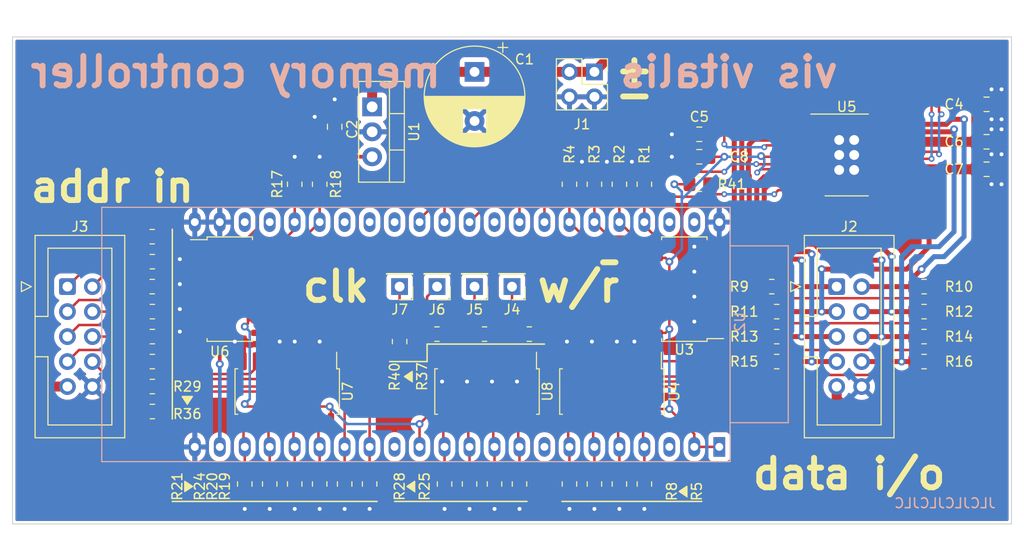
<source format=kicad_pcb>
(kicad_pcb (version 20240108) (generator "pcbnew") (generator_version "8.0")
  (layers (0 "F.Cu" signal) (31 "B.Cu" signal) (34 "B.Paste" user) (35 "F.Paste" user) (36 "B.SilkS" user "B.Silkscreen") (37 "F.SilkS" user "F.Silkscreen") (38 "B.Mask" user) (39 "F.Mask" user) (44 "Edge.Cuts" user))
  (net 0 "")
  (net 1 "/out0")
  (net 2 "/out1")
  (net 3 "/out2")
  (net 4 "/out3")
  (net 5 "/out4")
  (net 6 "/out5")
  (net 7 "+3V3")
  (net 8 "GND")
  (net 9 "/out6")
  (net 10 "/out7")
  (net 11 "+12V")
  (net 12 "/a0")
  (net 13 "/a1")
  (net 14 "/a2")
  (net 15 "/a3")
  (net 16 "/a4")
  (net 17 "/a5")
  (net 18 "/a6")
  (net 19 "/a7")
  (net 20 "/in0")
  (net 21 "/in1")
  (net 22 "/in2")
  (net 23 "/~{cs}")
  (net 24 "/sclk")
  (net 25 "/miso")
  (net 26 "/mosi")
  (net 27 "/clk")
  (net 28 "/w{slash}~{r}")
  (net 29 "Net-(R13-Pad1)")
  (net 30 "Net-(R14-Pad1)")
  (net 31 "/in3")
  (net 32 "/in4")
  (net 33 "/in5")
  (net 34 "/in6")
  (net 35 "/in7")
  (net 36 "Net-(R15-Pad1)")
  (net 37 "Net-(R16-Pad1)")
  (net 38 "Net-(R31-Pad1)")
  (net 39 "Net-(R32-Pad1)")
  (net 40 "/~{fault}")
  (net 41 "Net-(J3-Pin_1)")
  (net 42 "Net-(J3-Pin_2)")
  (net 43 "Net-(J3-Pin_3)")
  (net 44 "Net-(J3-Pin_4)")
  (net 45 "Net-(J3-Pin_5)")
  (net 46 "Net-(J3-Pin_6)")
  (net 47 "Net-(J3-Pin_7)")
  (net 48 "Net-(J3-Pin_8)")
  (net 49 "Net-(J4-Pin_1)")
  (net 50 "Net-(J5-Pin_1)")
  (net 51 "Net-(R9-Pad1)")
  (net 52 "Net-(R10-Pad1)")
  (net 53 "Net-(R11-Pad1)")
  (net 54 "Net-(R12-Pad1)")
  (net 55 "Net-(R29-Pad1)")
  (net 56 "Net-(R30-Pad1)")
  (net 68 "Net-(J6-Pin_1)")
  (net 69 "Net-(J7-Pin_1)")
  (net 70 "/extra1")
  (net 71 "/extra2")
  (net 72 "Net-(R37-Pad1)")
  (net 73 "Net-(R38-Pad1)")
  (net 74 "Net-(R39-Pad1)")
  (net 75 "Net-(R40-Pad1)")
  (net 76 "Net-(R33-Pad1)")
  (net 77 "Net-(R34-Pad1)")
  (net 78 "Net-(R35-Pad1)")
  (net 79 "Net-(R36-Pad1)")
  (net 80 "+5V")
  (footprint "Resistor_SMD:R_0805_2012Metric_Pad1.20x1.40mm_HandSolder" (layer "F.Cu") (at 123.444 106.68 180)
    (property "Reference" "R35" (hide yes))
    (property "Value" "2.2k")
  )
  (footprint "Resistor_SMD:R_0805_2012Metric_Pad1.20x1.40mm_HandSolder" (layer "F.Cu") (at 201.93 101.6 180)
    (property "Reference" "R14")
    (property "Value" "2.2k")
  )
  (footprint "Resistor_SMD:R_0805_2012Metric_Pad1.20x1.40mm_HandSolder" (layer "F.Cu") (at 201.93 104.14 180)
    (property "Reference" "R16")
    (property "Value" "2.2k")
  )
  (footprint "Connector_PinHeader_2.54mm:PinHeader_1x01_P2.54mm_Vertical" (layer "F.Cu") (at 152.4 96.52 180)
    (property "Reference" "J6")
    (property "Value" "Conn_01x01")
  )
  (footprint "Resistor_SMD:R_0805_2012Metric_Pad1.20x1.40mm_HandSolder" (layer "F.Cu") (at 165.862 116.586 90)
    (property "Reference" "R8")
    (property "Value" "10k")
  )
  (footprint "Resistor_SMD:R_0805_2012Metric_Pad1.20x1.40mm_HandSolder" (layer "F.Cu") (at 161.782 101.346 180)
    (property "Reference" "R37")
    (property "Value" "2.2k")
  )
  (footprint "Resistor_SMD:R_0805_2012Metric_Pad1.20x1.40mm_HandSolder" (layer "F.Cu") (at 143.002 116.586 90)
    (property "Reference" "R20")
    (property "Value" "10k")
  )
  (footprint "Connector_PinHeader_2.54mm:PinHeader_1x01_P2.54mm_Vertical" (layer "F.Cu") (at 156.21 96.52 180)
    (property "Reference" "J5")
    (property "Value" "Conn_01x01")
  )
  (footprint "Resistor_SMD:R_0805_2012Metric_Pad1.20x1.40mm_HandSolder" (layer "F.Cu") (at 201.93 99.06 180)
    (property "Reference" "R12")
    (property "Value" "2.2k")
  )
  (footprint "Resistor_SMD:R_0805_2012Metric_Pad1.20x1.40mm_HandSolder" (layer "F.Cu") (at 186.944 99.06)
    (property "Reference" "R11")
    (property "Value" "2.2k")
  )
  (footprint "Connector_IDC:IDC-Header_2x05_P2.54mm_Vertical" (layer "F.Cu") (at 193.04 96.52)
    (property "Reference" "J2")
    (property "Value" "BHR-10-VUA")
  )
  (footprint "Capacitor_SMD:C_0805_2012Metric_Pad1.18x1.45mm_HandSolder" (layer "F.Cu") (at 208.28 81.788 180)
    (property "Reference" "C6")
    (property "Value" "100n")
  )
  (footprint "Resistor_SMD:R_0805_2012Metric_Pad1.20x1.40mm_HandSolder" (layer "F.Cu") (at 186.944 101.6)
    (property "Reference" "R13")
    (property "Value" "2.2k")
  )
  (footprint "Resistor_SMD:R_0805_2012Metric_Pad1.20x1.40mm_HandSolder" (layer "F.Cu") (at 140.462 116.586 90)
    (property "Reference" "R24")
    (property "Value" "10k")
  )
  (footprint "Resistor_SMD:R_0805_2012Metric_Pad1.20x1.40mm_HandSolder" (layer "F.Cu") (at 152.384 101.346 180)
    (property "Reference" "R39" (hide yes))
    (property "Value" "2.2k")
  )
  (footprint "Resistor_SMD:R_0805_2012Metric_Pad1.20x1.40mm_HandSolder" (layer "F.Cu") (at 137.922 86.106 -90)
    (property "Reference" "R17")
    (property "Value" "10k")
  )
  (footprint "Connector_PinHeader_2.54mm:PinHeader_1x01_P2.54mm_Vertical" (layer "F.Cu") (at 148.59 96.52 180)
    (property "Reference" "J7")
    (property "Value" "Conn_01x01")
  )
  (footprint "Resistor_SMD:R_0805_2012Metric_Pad1.20x1.40mm_HandSolder" (layer "F.Cu") (at 123.444 109.22 180)
    (property "Reference" "R36")
    (property "Value" "2.2k")
  )
  (footprint "Package_SO:SOP-16_4.4x10.4mm_P1.27mm" (layer "F.Cu") (at 137.16 107.188 -90)
    (property "Reference" "U7")
    (property "Value" "LTV-247")
  )
  (footprint "Capacitor_SMD:C_0805_2012Metric_Pad1.18x1.45mm_HandSolder" (layer "F.Cu") (at 179.07 83.312)
    (property "Reference" "C8")
    (property "Value" "100n")
  )
  (footprint "Resistor_SMD:R_0805_2012Metric_Pad1.20x1.40mm_HandSolder" (layer "F.Cu") (at 123.444 104.14 180)
    (property "Reference" "R34" (hide yes))
    (property "Value" "2.2k")
  )
  (footprint "Resistor_SMD:R_0805_2012Metric_Pad1.20x1.40mm_HandSolder" (layer "F.Cu") (at 148.59 102.108 90)
    (property "Reference" "R40")
    (property "Value" "2.2k")
  )
  (footprint "Resistor_SMD:R_0805_2012Metric_Pad1.20x1.40mm_HandSolder" (layer "F.Cu") (at 137.922 116.586 90)
    (property "Reference" "R23" (hide yes))
    (property "Value" "10k")
  )
  (footprint "Capacitor_SMD:C_0805_2012Metric_Pad1.18x1.45mm_HandSolder" (layer "F.Cu") (at 208.28 84.582 180)
    (property "Reference" "C7")
    (property "Value" "100n")
  )
  (footprint "Resistor_SMD:R_0805_2012Metric_Pad1.20x1.40mm_HandSolder" (layer "F.Cu") (at 123.444 93.98 180)
    (property "Reference" "R30" (hide yes))
    (property "Value" "2.2k")
  )
  (footprint "Resistor_SMD:R_0805_2012Metric_Pad1.20x1.40mm_HandSolder" (layer "F.Cu") (at 123.444 99.06 180)
    (property "Reference" "R32" (hide yes))
    (property "Value" "2.2k")
  )
  (footprint "Resistor_SMD:R_0805_2012Metric_Pad1.20x1.40mm_HandSolder" (layer "F.Cu") (at 170.942 116.586 90)
    (property "Reference" "R6" (hide yes))
    (property "Value" "10k")
  )
  (footprint "Connector_IDC:IDC-Header_2x05_P2.54mm_Vertical" (layer "F.Cu") (at 114.808 96.52)
    (property "Reference" "J3")
    (property "Value" "BHR-10-VUA")
  )
  (footprint "Resistor_SMD:R_0805_2012Metric_Pad1.20x1.40mm_HandSolder" (layer "F.Cu") (at 170.942 86.106 -90)
    (property "Reference" "R2")
    (property "Value" "10k")
  )
  (footprint "Resistor_SMD:R_0805_2012Metric_Pad1.20x1.40mm_HandSolder" (layer "F.Cu") (at 153.162 116.586 90)
    (property "Reference" "R28")
    (property "Value" "10k")
  )
  (footprint "Package_SO:SOP-16_4.4x10.4mm_P1.27mm" (layer "F.Cu") (at 170.18 107.188 -90)
    (property "Reference" "U4")
    (property "Value" "LTV-247")
  )
  (footprint "Resistor_SMD:R_0805_2012Metric_Pad1.20x1.40mm_HandSolder" (layer "F.Cu") (at 179.07 86.106)
    (property "Reference" "R41")
    (property "Value" "10k")
  )
  (footprint "Resistor_SMD:R_0805_2012Metric_Pad1.20x1.40mm_HandSolder" (layer "F.Cu") (at 123.444 101.6 180)
    (property "Reference" "R33" (hide yes))
    (property "Value" "2.2k")
  )
  (footprint "Resistor_SMD:R_0805_2012Metric_Pad1.20x1.40mm_HandSolder" (layer "F.Cu") (at 168.402 86.106 -90)
    (property "Reference" "R3")
    (property "Value" "10k")
  )
  (footprint "Resistor_SMD:R_0805_2012Metric_Pad1.20x1.40mm_HandSolder" (layer "F.Cu") (at 168.402 116.586 90)
    (property "Reference" "R7" (hide yes))
    (property "Value" "10k")
  )
  (footprint "Capacitor_SMD:C_0805_2012Metric_Pad1.18x1.45mm_HandSolder" (layer "F.Cu") (at 208.28 77.978)
    (property "Reference" "C4")
    (property "Value" "10u")
  )
  (footprint "Package_SO:HTSSOP-24-1EP_4.4x7.8mm_P0.65mm_EP3.4x7.8mm_Mask2.4x4.68mm_ThermalVias" (layer "F.Cu") (at 194.056 83.129)
    (property "Reference" "U5")
    (property "Value" "DRV8908")
  )
  (footprint "Capacitor_SMD:C_0805_2012Metric_Pad1.18x1.45mm_HandSolder" (layer "F.Cu") (at 179.07 81.026 180)
    (property "Reference" "C5")
    (property "Value" "4.7u")
  )
  (footprint "Capacitor_SMD:C_0805_2012Metric_Pad1.18x1.45mm_HandSolder" (layer "F.Cu") (at 141.986 80.264 90)
    (property "Reference" "C2")
    (property "Value" "22u")
  )
  (footprint "Resistor_SMD:R_0805_2012Metric_Pad1.20x1.40mm_HandSolder" (layer "F.Cu") (at 155.702 116.586 90)
    (property "Reference" "R27" (hide yes))
    (property "Value" "10k")
  )
  (footprint "Resistor_SMD:R_0805_2012Metric_Pad1.20x1.40mm_HandSolder" (layer "F.Cu") (at 132.842 116.586 90)
    (property "Reference" "R21")
    (property "Value" "10k")
  )
  (footprint "Resistor_SMD:R_0805_2012Metric_Pad1.20x1.40mm_HandSolder" (layer "F.Cu") (at 160.782 116.586 90)
    (property "Reference" "R25")
    (property "Value" "10k")
  )
  (footprint "Resistor_SMD:R_0805_2012Metric_Pad1.20x1.40mm_HandSolder" (layer "F.Cu") (at 135.382 116.586 90)
    (property "Reference" "R22" (hide yes))
    (property "Value" "10k")
  )
  (footprint "Resistor_SMD:R_0805_2012Metric_Pad1.20x1.40mm_HandSolder" (layer "F.Cu") (at 165.862 86.106 -90)
    (property "Reference" "R4")
    (property "Value" "10k")
  )
  (footprint "Resistor_SMD:R_0805_2012Metric_Pad1.20x1.40mm_HandSolder" (layer "F.Cu") (at 186.436 96.52)
    (property "Reference" "R9")
    (property "Value" "2.2k")
  )
  (footprint "Connector_PinHeader_2.54mm:PinHeader_1x01_P2.54mm_Vertical" (layer "F.Cu") (at 160.02 96.52 180)
    (property "Reference" "J4")
    (property "Value" "Conn_01x01")
  )
  (footprint "Package_SO:SOP-16_4.4x10.4mm_P1.27mm" (layer "F.Cu") (at 131.318 96.774)
    (property "Reference" "U6")
    (property "Value" "LTV-247")
  )
  (footprint "Resistor_SMD:R_0805_2012Metric_Pad1.20x1.40mm_HandSolder" (layer "F.Cu") (at 186.944 104.14)
    (property "Reference" "R15")
    (property "Value" "2.2k")
  )
  (footprint "Package_SO:SOP-16_4.4x10.4mm_P1.27mm" (layer "F.Cu") (at 177.546 96.774 180)
    (property "Reference" "U3")
    (property "Value" "LTV-247")
  )
  (footprint "Capacitor_THT:CP_Radial_D10.0mm_P5.00mm" (layer "F.Cu") (at 156.21 74.676 -90)
    (property "Reference" "C1")
    (property "Value" "10u")
  )
  (footprint "Resistor_SMD:R_0805_2012Metric_Pad1.20x1.40mm_HandSolder" (layer "F.Cu") (at 123.428 91.44 180)
    (property "Reference" "R29")
    (property "Value" "2.2k")
  )
  (footprint "Resistor_SMD:R_0805_2012Metric_Pad1.20x1.40mm_HandSolder" (layer "F.Cu") (at 123.428 96.52 180)
    (property "Reference" "R31" (hide yes))
    (property "Value" "2.2k")
  )
  (footprint "Resistor_SMD:R_0805_2012Metric_Pad1.20x1.40mm_HandSolder" (layer "F.Cu") (at 157.226 101.346 180)
    (property "Reference" "R38" (hide yes))
    (property "Value" "2.2k")
  )
  (footprint "Resistor_SMD:R_0805_2012Metric_Pad1.20x1.40mm_HandSolder" (layer "F.Cu") (at 140.462 86.106 -90)
    (property "Reference" "R18")
    (property "Value" "10k")
  )
  (footprint "Resistor_SMD:R_0805_2012Metric_Pad1.20x1.40mm_HandSolder" (layer "F.Cu") (at 173.482 116.586 90)
    (property "Reference" "R5")
    (property "Value" "10k")
  )
  (footprint "Package_SO:SOP-16_4.4x10.4mm_P1.27mm" (layer "F.Cu") (at 157.48 107.188 -90)
    (property "Reference" "U8")
    (property "Value" "LTV-247")
  )
  (footprint "Resistor_SMD:R_0805_2012Metric_Pad1.20x1.40mm_HandSolder" (layer "F.Cu") (at 173.482 86.106 -90)
    (property "Reference" "R1")
    (property "Value" "10k")
  )
  (footprint "Package_TO_SOT_THT:TO-220-3_Vertical" (layer "F.Cu") (at 145.796 78.232 -90)
    (property "Reference" "U1")
    (property "Value" "LM7806_TO220")
  )
  (footprint "Resistor_SMD:R_0805_2012Metric_Pad1.20x1.40mm_HandSolder" (layer "F.Cu") (at 145.542 116.586 90)
    (property "Reference" "R19")
    (property "Value" "10k")
  )
  (footprint "Resistor_SMD:R_0805_2012Metric_Pad1.20x1.40mm_HandSolder" (layer "F.Cu") (at 158.242 116.586 90)
    (property "Reference" "R26" (hide yes))
    (property "Value" "10k")
  )
  (footprint "Connector_PinHeader_2.54mm:PinHeader_2x02_P2.54mm_Vertical" (layer "F.Cu") (at 168.402 74.676 -90)
    (property "Reference" "J1")
    (property "Value" "Conn_02x02_Odd_Even")
  )
  (footprint "Resistor_SMD:R_0805_2012Metric_Pad1.20x1.40mm_HandSolder" (layer "F.Cu") (at 201.93 96.52 180)
    (property "Reference" "R10")
    (property "Value" "2.2k")
  )
  (footprint "PCM_Espressif:ESP32-S3-DevKitC" (layer "B.Cu") (at 181.09928 112.8155 90)
    (property "Reference" "U2")
    (property "Value" "ESP32-S3-DevKitC")
  )
  (gr_poly (pts (xy 149.86 106.172) (xy 149.86 105.156) (xy 149.098 105.664)) (stroke (width 0.15)) (fill solid) (layer "F.SilkS"))
  (gr_line (start 146.304 118.364) (end 125.476 118.364) (stroke (width 0.15)) (layer "F.SilkS"))
  (gr_line (start 151.384 102.362) (end 151.384 104.14) (stroke (width 0.15)) (layer "F.SilkS"))
  (gr_line (start 165.1 118.364) (end 179.324 118.364) (stroke (width 0.15)) (layer "F.SilkS"))
  (gr_line (start 151.384 104.14) (end 147.574 104.14) (stroke (width 0.15)) (layer "F.SilkS"))
  (gr_line (start 163.322 102.362) (end 151.384 102.362) (stroke (width 0.15)) (layer "F.SilkS"))
  (gr_poly (pts (xy 177.8 116.84) (xy 177.8 117.856) (xy 177.038 117.348)) (stroke (width 0.15)) (fill solid) (layer "F.SilkS"))
  (gr_poly (pts (xy 150.114 116.332) (xy 150.114 117.348) (xy 149.352 116.84)) (stroke (width 0.15)) (fill solid) (layer "F.SilkS"))
  (gr_line (start 125.476 90.678) (end 125.476 109.982) (stroke (width 0.15)) (layer "F.SilkS"))
  (gr_poly (pts (xy 126.746 116.332) (xy 126.746 117.348) (xy 127.508 116.84)) (stroke (width 0.15)) (fill solid) (layer "F.SilkS"))
  (gr_poly (pts (xy 127.508 107.696) (xy 126.492 107.696) (xy 127 108.458)) (stroke (width 0.15)) (fill solid) (layer "F.SilkS"))
  (gr_line (start 161.544 118.364) (end 148.082 118.364) (stroke (width 0.15)) (layer "F.SilkS"))
  (gr_line (start 210.82 120.65) (end 109.22 120.65) (stroke (width 0.1)) (layer "Edge.Cuts"))
  (gr_line (start 109.22 71.12) (end 210.82 71.12) (stroke (width 0.1)) (layer "Edge.Cuts"))
  (gr_line (start 109.22 120.65) (end 109.22 71.12) (stroke (width 0.1)) (layer "Edge.Cuts"))
  (gr_line (start 210.82 71.12) (end 210.82 120.65) (stroke (width 0.1)) (layer "Edge.Cuts"))
  (gr_text "memory controller\n" (at 110.744 76.454 0) (layer "B.SilkS") (effects (font (size 3 3) (thickness 0.6) (bold yes)) (justify right bottom mirror)))
  (gr_text "vis vitalis" (at 170.688 76.454 0) (layer "B.SilkS") (effects (font (size 3 3) (thickness 0.6) (bold yes)) (justify right bottom mirror)))
  (gr_text "JLCJLCJLCJLC" (at 209.296 119.126 0) (layer "B.SilkS") (effects (font (size 1 1)) (justify left bottom mirror)))
  (gr_text "addr in" (at 119.38 86.36 0) (layer "F.SilkS") (effects (font (size 3 3) (thickness 0.6) (bold yes))))
  (gr_text "-" (at 172.466 76.962 0) (layer "F.SilkS") (effects (font (size 3 3) (thickness 0.6) (bold yes))))
  (gr_text "+" (at 172.466 74.422 0) (layer "F.SilkS") (effects (font (size 3 3) (thickness 0.6) (bold yes))))
  (gr_text "data i/o" (at 194.31 115.57 0) (layer "F.SilkS") (effects (font (size 3 3) (thickness 0.6) (bold yes))))
  (gr_text "w/~{r}" (at 162.306 96.52 0) (layer "F.SilkS") (effects (font (size 3 3) (thickness 0.6) (bold yes)) (justify left)))
  (gr_text "clk" (at 145.796 96.52 0) (layer "F.SilkS") (effects (font (size 3 3) (thickness 0.6) (bold yes)) (justify right)))
  (segment (start 187.436 96.52) (end 193.04 96.52) (width 0.508) (layer "F.Cu") (net 1))
  (segment (start 190.186 80.204) (end 189.992 80.01) (width 0.381) (layer "F.Cu") (net 1))
  (segment (start 191.1935 80.204) (end 190.186 80.204) (width 0.381) (layer "F.Cu") (net 1))
  (segment (start 184.404 94.488) (end 182.626 92.71) (width 0.508) (layer "F.Cu") (net 1))
  (segment (start 183.642 80.01) (end 189.992 80.01) (width 0.508) (layer "F.Cu") (net 1))
  (segment (start 187.436 96.52) (end 187.436 94.726) (width 0.508) (layer "F.Cu") (net 1))
  (segment (start 182.626 92.71) (end 182.626 81.026) (width 0.508) (layer "F.Cu") (net 1))
  (segment (start 187.198 94.488) (end 184.404 94.488) (width 0.508) (layer "F.Cu") (net 1))
  (segment (start 187.436 94.726) (end 187.198 94.488) (width 0.508) (layer "F.Cu") (net 1))
  (segment (start 182.626 81.026) (end 183.642 80.01) (width 0.508) (layer "F.Cu") (net 1))
  (segment (start 200.93 96.52) (end 195.58 96.52) (width 0.508) (layer "F.Cu") (net 2))
  (segment (start 200.93 95.488) (end 200.93 96.52) (width 0.508) (layer "F.Cu") (net 2))
  (segment (start 197.926 80.204) (end 196.9185 80.204) (width 0.381) (layer "F.Cu") (net 2))
  (segment (start 201.676 94.742) (end 200.93 95.488) (width 0.508) (layer "F.Cu") (net 2))
  (segment (start 205.994 79.502) (end 204.709894 79.502) (width 0.508) (layer "F.Cu") (net 2))
  (segment (start 204.201894 80.01) (end 198.12 80.01) (width 0.508) (layer "F.Cu") (net 2))
  (segment (start 204.709894 79.502) (end 204.201894 80.01) (width 0.508) (layer "F.Cu") (net 2))
  (segment (start 198.12 80.01) (end 197.926 80.204) (width 0.381) (layer "F.Cu") (net 2))
  (via (at 205.994 79.502) (size 0.8) (drill 0.4) (layers "F.Cu" "B.Cu") (net 2))
  (via (at 201.676 94.742) (size 0.8) (drill 0.4) (layers "F.Cu" "B.Cu") (net 2))
  (segment (start 203.962 93.472) (end 205.994 91.44) (width 0.508) (layer "B.Cu") (net 2))
  (segment (start 205.994 91.44) (end 205.994 79.502) (width 0.508) (layer "B.Cu") (net 2))
  (segment (start 202.946 93.472) (end 203.962 93.472) (width 0.508) (layer "B.Cu") (net 2))
  (segment (start 201.676 94.742) (end 202.946 93.472) (width 0.508) (layer "B.Cu") (net 2))
  (segment (start 197.918 86.054) (end 198.12 85.852) (width 0.381) (layer "F.Cu") (net 3))
  (segment (start 202.438 92.456) (end 202.438 86.36) (width 0.508) (layer "F.Cu") (net 3))
  (segment (start 187.944 99.06) (end 191.516 99.06) (width 0.508) (layer "F.Cu") (net 3))
  (segment (start 191.516 99.06) (end 193.04 99.06) (width 0.508) (layer "F.Cu") (net 3))
  (segment (start 191.516 94.742) (end 200.152 94.742) (width 0.508) (layer "F.Cu") (net 3))
  (segment (start 202.438 86.36) (end 201.93 85.852) (width 0.508) (layer "F.Cu") (net 3))
  (segment (start 200.152 94.742) (end 202.438 92.456) (width 0.508) (layer "F.Cu") (net 3))
  (segment (start 196.9185 86.054) (end 197.918 86.054) (width 0.381) (layer "F.Cu") (net 3))
  (segment (start 201.93 85.852) (end 198.12 85.852) (width 0.508) (layer "F.Cu") (net 3))
  (via (at 191.516 94.742) (size 0.8) (drill 0.4) (layers "F.Cu" "B.Cu") (net 3))
  (via (at 191.516 99.06) (size 0.8) (drill 0.4) (layers "F.Cu" "B.Cu") (net 3))
  (segment (start 191.516 94.742) (end 191.516 99.06) (width 0.508) (layer "B.Cu") (net 3))
  (segment (start 200.93 99.06) (end 195.58 99.06) (width 0.508) (layer "F.Cu") (net 4))
  (segment (start 186.182 86.106) (end 189.992 86.106) (width 0.508) (layer "F.Cu") (net 4))
  (segment (start 190.044 86.054) (end 189.992 86.106) (width 0.381) (layer "F.Cu") (net 4))
  (segment (start 185.674 90.678) (end 185.674 86.614) (width 0.508) (layer "F.Cu") (net 4))
  (segment (start 192.532 92.71) (end 191.389 91.567) (width 0.508) (layer "F.Cu") (net 4))
  (segment (start 198.628 93.472) (end 197.866 92.71) (width 0.508) (layer "F.Cu") (net 4))
  (segment (start 191.389 91.567) (end 186.563 91.567) (width 0.508) (layer "F.Cu") (net 4))
  (segment (start 191.1935 86.054) (end 190.044 86.054) (width 0.381) (layer "F.Cu") (net 4))
  (segment (start 186.563 91.567) (end 185.674 90.678) (width 0.508) (layer "F.Cu") (net 4))
  (segment (start 185.674 86.614) (end 186.182 86.106) (width 0.508) (layer "F.Cu") (net 4))
  (segment (start 197.866 92.71) (end 192.532 92.71) (width 0.508) (layer "F.Cu") (net 4))
  (via (at 198.628 99.06) (size 0.8) (drill 0.4) (layers "F.Cu" "B.Cu") (net 4))
  (via (at 198.628 93.472) (size 0.8) (drill 0.4) (layers "F.Cu" "B.Cu") (net 4))
  (segment (start 198.628 99.06) (end 198.628 93.472) (width 0.508) (layer "B.Cu") (net 4))
  (segment (start 189.484 93.872) (end 189.338 93.726) (width 0.508) (layer "F.Cu") (net 5))
  (segment (start 189.338 93.726) (end 188.214 93.726) (width 0.508) (layer "F.Cu") (net 5))
  (segment (start 183.388 92.202) (end 183.388 81.534) (width 0.508) (layer "F.Cu") (net 5))
  (segment (start 183.388 81.534) (end 184.15 80.772) (width 0.508) (layer "F.Cu") (net 5))
  (segment (start 188.214 93.726) (end 184.912 93.726) (width 0.508) (layer "F.Cu") (net 5))
  (segment (start 191.1935 80.854) (end 190.074 80.854) (width 0.381) (layer "F.Cu") (net 5))
  (segment (start 184.15 80.772) (end 189.992 80.772) (width 0.508) (layer "F.Cu") (net 5))
  (segment (start 190.074 80.854) (end 189.992 80.772) (width 0.381) (layer "F.Cu") (net 5))
  (segment (start 187.944 101.6) (end 193.04 101.6) (width 0.508) (layer "F.Cu") (net 5))
  (segment (start 184.912 93.726) (end 183.388 92.202) (width 0.508) (layer "F.Cu") (net 5))
  (via (at 189.484 101.6) (size 0.8) (drill 0.4) (layers "F.Cu" "B.Cu") (net 5))
  (via (at 189.484 93.872) (size 0.8) (drill 0.4) (layers "F.Cu" "B.Cu") (net 5))
  (segment (start 189.484 101.6) (end 189.484 93.872) (width 0.508) (layer "B.Cu") (net 5))
  (segment (start 184.912 86.106) (end 185.674 85.344) (width 0.508) (layer "F.Cu") (net 6))
  (segment (start 200.93 101.6) (end 195.58 101.6) (width 0.508) (layer "F.Cu") (net 6))
  (segment (start 191.408 92.856) (end 191.408 92.841894) (width 0.508) (layer "F.Cu") (net 6))
  (segment (start 192.386 93.834) (end 191.408 92.856) (width 0.508) (layer "F.Cu") (net 6))
  (segment (start 191.1935 85.404) (end 190.052 85.404) (width 0.381) (layer "F.Cu") (net 6))
  (segment (start 185.674 85.344) (end 189.992 85.344) (width 0.508) (layer "F.Cu") (net 6))
  (segment (start 185.928 92.202) (end 184.912 91.186) (width 0.508) (layer "F.Cu") (net 6))
  (segment (start 190.052 85.404) (end 189.992 85.344) (width 0.381) (layer "F.Cu") (net 6))
  (segment (start 190.768106 92.202) (end 185.928 92.202) (width 0.508) (layer "F.Cu") (net 6))
  (segment (start 191.408 92.841894) (end 190.768106 92.202) (width 0.508) (layer "F.Cu") (net 6))
  (segment (start 184.912 91.186) (end 184.912 86.106) (width 0.508) (layer "F.Cu") (net 6))
  (segment (start 197.612 93.834) (end 192.386 93.834) (width 0.508) (layer "F.Cu") (net 6))
  (via (at 197.612 101.6) (size 0.8) (drill 0.4) (layers "F.Cu" "B.Cu") (net 6))
  (via (at 197.612 93.834) (size 0.8) (drill 0.4) (layers "F.Cu" "B.Cu") (net 6))
  (segment (start 197.612 101.6) (end 197.612 93.834) (width 0.508) (layer "B.Cu") (net 6))
  (segment (start 178.07 86.106) (end 176.53 86.106) (width 0.254) (layer "F.Cu") (net 7))
  (segment (start 138.938 108.712) (end 136.398 108.712) (width 0.254) (layer "F.Cu") (net 7))
  (segment (start 150.61928 110.49272) (end 152.146 108.966) (width 0.254) (layer "F.Cu") (net 7))
  (segment (start 175.641 101.219) (end 174.4585 101.219) (width 0.254) (layer "F.Cu") (net 7))
  (segment (start 133.166 96.266) (end 133.166 97.536) (width 0.254) (layer "F.Cu") (net 7))
  (segment (start 133.858 108.712) (end 133.985 108.839) (width 0.254) (layer "F.Cu") (net 7))
  (segment (start 156.845 110.2755) (end 156.845 109.093) (width 0.254) (layer "F.Cu") (net 7))
  (segment (start 185.293315 84.582) (end 189.97136 84.582) (width 0.254) (layer "F.Cu") (net 7))
  (segment (start 133.166 100.26) (end 133.166 99.822) (width 0.254) (layer "F.Cu") (net 7))
  (segment (start 133.166 94.996) (end 133.166 96.266) (width 0.254) (layer "F.Cu") (net 7))
  (segment (start 176.022 108.966) (end 174.752 108.966) (width 0.254) (layer "F.Cu") (net 7))
  (segment (start 136.398 108.712) (end 134.636001 108.712) (width 0.254) (layer "F.Cu") (net 7))
  (segment (start 174.625 109.093) (end 174.752 108.966) (width 0.254) (layer "F.Cu") (net 7))
  (segment (start 162.052 108.966) (end 159.512 108.966) (width 0.254) (layer "F.Cu") (net 7))
  (segment (start 178.55928 111.50328) (end 176.022 108.966) (width 0.254) (layer "F.Cu") (net 7))
  (segment (start 156.972 108.966) (end 154.686 108.966) (width 0.254) (layer "F.Cu") (net 7))
  (segment (start 133.985 108.839) (end 133.985 110.2755) (width 0.254) (layer "F.Cu") (net 7))
  (segment (start 172.212 108.966) (end 169.672 108.966) (width 0.254) (layer "F.Cu") (net 7))
  (segment (start 167.005 109.093) (end 167.132 108.966) (width 0.254) (layer "F.Cu") (net 7))
  (segment (start 189.94136 83.312) (end 190.44936 82.804) (width 0.254) (layer "F.Cu") (net 7))
  (segment (start 133.293 97.409) (end 133.166 97.536) (width 0.254) (layer "F.Cu") (net 7))
  (segment (start 132.842 100.584) (end 133.166 100.26) (width 0.254) (layer "F.Cu") (net 7))
  (segment (start 139.065 108.839) (end 138.938 108.712) (width 0.254) (layer "F.Cu") (net 7))
  (segment (start 154.686 108.966) (end 154.305 109.347) (width 0.254) (layer "F.Cu") (net 7))
  (segment (start 161.925 110.2755) (end 161.925 109.093) (width 0.254) (layer "F.Cu") (net 7))
  (segment (start 178.55928 112.8155) (end 178.55928 111.50328) (width 0.254) (layer "F.Cu") (net 7))
  (segment (start 141.478 108.712) (end 138.938 108.712) (width 0.254) (layer "F.Cu") (net 7))
  (segment (start 133.096 108.712) (end 133.858 108.712) (width 0.254) (layer "F.Cu") (net 7))
  (segment (start 174.752 108.966) (end 172.212 108.966) (width 0.254) (layer "F.Cu") (net 7))
  (segment (start 189.97136 84.582) (end 190.44936 84.104) (width 0.254) (layer "F.Cu") (net 7))
  (segment (start 133.858 108.712) (end 134.636001 108.712) (width 0.254) (layer "F.Cu") (net 7))
  (segment (start 156.845 109.093) (end 156.972 108.966) (width 0.254) (layer "F.Cu") (net 7))
  (segment (start 176.022 97.282) (end 176.022 98.552) (width 0.254) (layer "F.Cu") (net 7))
  (segment (start 169.545 109.093) (end 169.672 108.966) (width 0.254) (layer "F.Cu") (net 7))
  (segment (start 167.005 110.2755) (end 167.005 109.093) (width 0.254) (layer "F.Cu") (net 7))
  (segment (start 176.022 93.98) (end 176.022 96.266) (width 0.254) (layer "F.Cu") (net 7))
  (segment (start 181.09928 112.8155) (end 178.55928 112.8155) (width 0.254) (layer "F.Cu") (net 7))
  (segment (start 190.44936 84.104) (end 191.1935 84.104) (width 0.254) (layer "F.Cu") (net 7))
  (segment (start 136.525 110.2755) (end 136.525 108.839) (width 0.254) (layer "F.Cu") (net 7))
  (segment (start 169.672 108.966) (end 167.132 108.966) (width 0.254) (layer "F.Cu") (net 7))
  (segment (start 139.065 110.2755) (end 139.065 108.839) (width 0.254) (layer "F.Cu") (net 7))
  (segment (start 180.1075 83.312) (end 180.1075 81.026) (width 0.254) (layer "F.Cu") (net 7))
  (segment (start 174.4585 93.599) (end 175.641 93.599) (width 0.254) (layer "F.Cu") (net 7))
  (segment (start 134.4055 92.329) (end 133.493001 92.329) (width 0.254) (layer "F.Cu") (net 7))
  (segment (start 161.925 109.093) (end 162.052 108.966) (width 0.254) (layer "F.Cu") (net 7))
  (segment (start 141.605 110.2755) (end 141.605 108.839) (width 0.254) (layer "F.Cu") (net 7))
  (segment (start 154.305 109.347) (end 154.305 110.2755) (width 0.254) (layer "F.Cu") (net 7))
  (segment (start 176.022 100.838) (end 175.641 101.219) (width 0.254) (layer "F.Cu") (net 7))
  (segment (start 175.895 96.139) (end 176.022 96.266) (width 0.254) (layer "F.Cu") (net 7))
  (segment (start 133.293 99.949) (end 133.166 99.822) (width 0.254) (layer "F.Cu") (net 7))
  (segment (start 174.4585 98.679) (end 175.895 98.679) (width 0.254) (layer "F.Cu") (net 7))
  (segment (start 190.44936 82.804) (end 191.1935 82.804) (width 0.254) (layer "F.Cu") (net 7))
  (segment (start 159.385 109.093) (end 159.512 108.966) (width 0.254) (layer "F.Cu") (net 7))
  (segment (start 174.4585 96.139) (end 175.895 96.139) (width 0.254) (layer "F.Cu") (net 7))
  (segment (start 174.625 110.2755) (end 174.625 109.093) (width 0.254) (layer "F.Cu") (net 7))
  (segment (start 152.146 108.966) (end 154.686 108.966) (width 0.254) (layer "F.Cu") (net 7))
  (segment (start 133.493001 92.329) (end 133.166 92.656001) (width 0.254) (layer "F.Cu") (net 7))
  (segment (start 159.385 110.2755) (end 159.385 109.093) (width 0.254) (layer "F.Cu") (net 7))
  (segment (start 175.895 98.679) (end 176.022 98.552) (width 0.254) (layer "F.Cu") (net 7))
  (segment (start 185.355044 83.241104) (end 185.42594 83.312) (width 0.254) (layer "F.Cu") (net 7))
  (segment (start 176.022 98.552) (end 176.022 100.838) (width 0.254) (layer "F.Cu") (net 7))
  (segment (start 134.4055 94.869) (end 133.293 94.869) (width 0.254) (layer "F.Cu") (net 7))
  (segment (start 176.022 96.266) (end 176.022 97.282) (width 0.254) (layer "F.Cu") (net 7))
  (segment (start 180.1075 83.312) (end 181.61 83.312) (width 0.254) (layer "F.Cu") (net 7))
  (segment (start 133.166 92.656001) (end 133.166 94.996) (width 0.254) (layer "F.Cu") (net 7))
  (segment (start 185.42594 83.312) (end 189.94136 83.312) (width 0.254) (layer "F.Cu") (net 7))
  (segment (start 133.293 94.869) (end 133.166 94.996) (width 0.254) (layer "F.Cu") (net 7))
  (segment (start 136.525 108.839) (end 136.398 108.712) (width 0.254) (layer "F.Cu") (net 7))
  (segment (start 132.842 108.458) (end 133.096 108.712) (width 0.254) (layer "F.Cu") (net 7))
  (segment (start 133.166 99.822) (end 133.166 97.536) (width 0.254) (layer "F.Cu") (net 7))
  (segment (start 184.957002 84.918313) (end 185.293315 84.582) (width 0.254) (layer "F.Cu") (net 7))
  (segment (start 150.61928 112.8155) (end 150.61928 110.49272) (width 0.254) (layer "F.Cu") (net 7))
  (segment (start 134.4055 99.949) (end 133.293 99.949) (width 0.254) (layer "F.Cu") (net 7))
  (segment (start 159.512 108.966) (end 156.972 108.966) (width 0.254) (layer "F.Cu") (net 7))
  (segment (start 172.085 109.093) (end 172.212 108.966) (width 0.254) (layer "F.Cu") (net 7))
  (segment (start 172.085 110.2755) (end 172.085 109.093) (width 0.254) (layer "F.Cu") (net 7))
  (segment (start 167.132 108.966) (end 162.052 108.966) (width 0.254) (layer "F.Cu") (net 7))
  (segment (start 169.545 110.2755) (end 169.545 109.093) (width 0.254) (layer "F.Cu") (net 7))
  (segment (start 175.641 93.599) (end 176.022 93.98) (width 0.254) (layer "F.Cu") (net 7))
  (segment (start 134.4055 97.409) (end 133.293 97.409) (width 0.254) (layer "F.Cu") (net 7))
  (segment (start 141.605 108.839) (end 141.478 108.712) (width 0.254) (layer "F.Cu") (net 7))
  (via (at 141.478 108.712) (size 0.8) (drill 0.4) (layers "F.Cu" "B.Cu") (net 7))
  (via (at 176.53 86.106) (size 0.8) (drill 0.4) (layers "F.Cu" "B.Cu") (net 7))
  (via (at 181.61 83.312) (size 0.8) (drill 0.4) (layers "F.Cu" "B.Cu") (net 7))
  (via (at 150.61928 110.49272) (size 0.8) (drill 0.4) (layers "F.Cu" "B.Cu") (net 7))
  (via (at 176.022 100.838) (size 0.8) (drill 0.4) (layers "F.Cu" "B.Cu") (net 7))
  (via (at 184.957002 84.918313) (size 0.6) (drill 0.3) (layers "F.Cu" "B.Cu") (net 7))
  (via (at 176.022 108.966) (size 0.8) (drill 0.4) (layers "F.Cu" "B.Cu") (net 7))
  (via (at 132.842 108.458) (size 0.8) (drill 0.4) (layers "F.Cu" "B.Cu") (net 7))
  (via (at 185.355044 83.241104) (size 0.8) (drill 0.4) (layers "F.Cu" "B.Cu") (net 7))
  (via (at 132.842 100.584) (size 0.8) (drill 0.4) (layers "F.Cu" "B.Cu") (net 7))
  (via (at 176.022 93.98) (size 0.8) (drill 0.4) (layers "F.Cu" "B.Cu") (net 7))
  (segment (start 132.842 100.584) (end 133.35 101.092) (width 0.254) (layer "B.Cu") (net 7))
  (segment (start 150.61928 110.49272) (end 143.25872 110.49272) (width 0.254) (layer "B.Cu") (net 7))
  (segment (start 185.674 84.205855) (end 185.674 83.56006) (width 0.254) (layer "B.Cu") (net 7))
  (segment (start 176.53 86.106) (end 177.292 86.868) (width 0.254) (layer "B.Cu") (net 7))
  (segment (start 177.292 86.868) (end 177.292 87.63) (width 0.254) (layer "B.Cu") (net 7))
  (segment (start 184.957002 84.918313) (end 184.961542 84.918313) (width 0.254) (layer "B.Cu") (net 7))
  (segment (start 184.961542 84.918313) (end 185.674 84.205855) (width 0.254) (layer "B.Cu") (net 7))
  (segment (start 143.25872 110.49272) (end 141.478 108.712) (width 0.254) (layer "B.Cu") (net 7))
  (segment (start 185.284148 83.312) (end 185.355044 83.241104) (width 0.254) (layer "B.Cu") (net 7))
  (segment (start 133.35 107.95) (end 132.842 108.458) (width 0.254) (layer "B.Cu") (net 7))
  (segment (start 133.35 101.092) (end 133.35 107.95) (width 0.254) (layer "B.Cu") (net 7))
  (segment (start 177.292 87.63) (end 177.292 92.71) (width 0.254) (layer "B.Cu") (net 7))
  (segment (start 177.292 92.71) (end 176.022 93.98) (width 0.254) (layer "B.Cu") (net 7))
  (segment (start 176.022 108.966) (end 176.022 100.838) (width 0.254) (layer "B.Cu") (net 7))
  (segment (start 181.61 83.312) (end 177.292 87.63) (width 0.254) (layer "B.Cu") (net 7))
  (segment (start 185.674 83.56006) (end 185.355044 83.241104) (width 0.254) (layer "B.Cu") (net 7))
  (segment (start 181.61 83.312) (end 185.284148 83.312) (width 0.254) (layer "B.Cu") (net 7))
  (segment (start 153.162 117.586) (end 155.702 117.586) (width 0.381) (layer "F.Cu") (net 8))
  (segment (start 168.402 117.586) (end 170.942 117.586) (width 0.381) (layer "F.Cu") (net 8))
  (segment (start 165.862 117.586) (end 168.402 117.586) (width 0.381) (layer "F.Cu") (net 8))
  (segment (start 170.942 117.586) (end 173.482 117.586) (width 0.381) (layer "F.Cu") (net 8))
  (segment (start 155.702 117.586) (end 158.242 117.586) (width 0.381) (layer "F.Cu") (net 8))
  (segment (start 181.09928 91.86322) (end 180.6335 92.329) (width 0.254) (layer "F.Cu") (net 8))
  (segment (start 158.242 117.586) (end 160.782 117.586) (width 0.381) (layer "F.Cu") (net 8))
  (segment (start 137.922 117.586) (end 140.462 117.586) (width 0.381) (layer "F.Cu") (net 8))
  (segment (start 143.002 117.586) (end 145.542 117.586) (width 0.381) (layer "F.Cu") (net 8))
  (segment (start 140.462 117.586) (end 143.002 117.586) (width 0.381) (layer "F.Cu") (net 8))
  (segment (start 132.842 117.586) (end 135.382 117.586) (width 0.381) (layer "F.Cu") (net 8))
  (segment (start 135.382 117.586) (end 137.922 117.586) (width 0.381) (layer "F.Cu") (net 8))
  (segment (start 181.09928 89.9555) (end 181.09928 91.86322) (width 0.254) (layer "F.Cu") (net 8))
  (via (at 160.528 106.172) (size 0.8) (drill 0.4) (layers "F.Cu" "B.Cu") (net 8))
  (via (at 135.382 119.126) (size 0.8) (drill 0.4) (layers "F.Cu" "B.Cu") (net 8))
  (via (at 178.562 97.536) (size 0.8) (drill 0.4) (layers "F.Cu" "B.Cu") (net 8))
  (via (at 157.988 106.172) (size 0.8) (drill 0.4) (layers "F.Cu" "B.Cu") (net 8))
  (via (at 176.276 81.026) (size 0.8) (drill 0.4) (layers "F.Cu" "B.Cu") (net 8))
  (via (at 209.804 83.058) (size 0.8) (drill 0.4) (layers "F.Cu" "B.Cu") (net 8))
  (via (at 140.462 83.312) (size 0.8) (drill 0.4) (layers "F.Cu" "B.Cu") (net 8))
  (via (at 132.842 119.126) (size 0.8) (drill 0.4) (layers "F.Cu" "B.Cu") (net 8))
  (via (at 178.562 94.996) (size 0.8) (drill 0.4) (layers "F.Cu" "B.Cu") (net 8))
  (via (at 139.954 79.248) (size 0.8) (drill 0.4) (layers "F.Cu" "B.Cu") (net 8))
  (via (at 145.542 119.126) (size 0.8) (drill 0.4) (layers "F.Cu" "B.Cu") (net 8))
  (via (at 165.608 102.108) (size 0.8) (drill 0.4) (layers "F.Cu" "B.Cu") (net 8))
  (via (at 172.466 102.108) (size 0.8) (drill 0.4) (layers "F.Cu" "B.Cu") (net 8))
  (via (at 126.238 96.266) (size 0.8) (drill 0.4) (layers "F.Cu" "B.Cu") (net 8))
  (via (at 160.782 119.126) (size 0.8) (drill 0.4) (layers "F.Cu" "B.Cu") (net 8))
  (via (at 209.804 86.106) (size 0.8) (drill 0.4) (layers "F.Cu" "B.Cu") (net 8))
  (via (at 165.862 119.126) (size 0.8) (drill 0.4) (layers "F.Cu" "B.Cu") (net 8))
  (via (at 167.132 83.82) (size 0.8) (drill 0.4) (layers "F.Cu" "B.Cu") (net 8))
  (via (at 168.148 102.108) (size 0.8) (drill 0.4) (layers "F.Cu" "B.Cu") (net 8))
  (via (at 155.448 106.172) (size 0.8) (drill 0.4) (layers "F.Cu" "B.Cu") (net 8))
  (via (at 131.826 102.108) (size 0.8) (drill 0.4) (layers "F.Cu" "B.Cu") (net 8))
  (via (at 209.804 76.454) (size 0.8) (drill 0.4) (layers "F.Cu" "B.Cu") (net 8))
  (via (at 168.402 119.126) (size 0.8) (drill 0.4) (layers "F.Cu" "B.Cu") (net 8))
  (via (at 155.702 119.126) (size 0.8) (drill 0.4) (layers "F.Cu" "B.Cu") (net 8))
  (via (at 153.162 119.126) (size 0.8) (drill 0.4) (layers "F.Cu" "B.Cu") (net 8))
  (via (at 152.908 106.172) (size 0.8) (drill 0.4) (layers "F.Cu" "B.Cu") (net 8))
  (via (at 173.482 119.126) (size 0.8) (drill 0.4) (layers "F.Cu" "B.Cu") (net 8))
  (via (at 176.276 83.312) (size 0.8) (drill 0.4) (layers "F.Cu" "B.Cu") (net 8))
  (via (at 158.242 119.126) (size 0.8) (drill 0.4) (layers "F.Cu" "B.Cu") (net 8))
  (via (at 209.804 79.502) (size 0.8) (drill 0.4) (layers "F.Cu" "B.Cu") (net 8))
  (via (at 137.922 102.108) (size 0.8) (drill 0.4) (layers "F.Cu" "B.Cu") (net 8))
  (via (at 169.672 83.82) (size 0.8) (drill 0.4) (layers "F.Cu" "B.Cu") (net 8))
  (via (at 208.788 86.106) (size 0.8) (drill 0.4) (layers "F.Cu" "B.Cu") (net 8))
  (via (at 137.922 83.312) (size 0.8) (drill 0.4) (layers "F.Cu" "B.Cu") (net 8))
  (via (at 143.002 119.126) (size 0.8) (drill 0.4) (layers "F.Cu" "B.Cu") (net 8))
  (via (at 208.788 79.502) (size 0.8) (drill 0.4) (layers "F.Cu" "B.Cu") (net 8))
  (via (at 137.922 119.126) (size 0.8) (drill 0.4) (layers "F.Cu" "B.Cu") (net 8))
  (via (at 178.562 100.076) (size 0.8) (drill 0.4) (layers "F.Cu" "B.Cu") (net 8))
  (via (at 126.238 101.092) (size 0.8) (drill 0.4) (layers "F.Cu" "B.Cu") (net 8))
  (via (at 170.942 119.126) (size 0.8) (drill 0.4) (layers "F.Cu" "B.Cu") (net 8))
  (via (at 141.986 77.47) (size 0.8) (drill 0.4) (layers "F.Cu" "B.Cu") (net 8))
  (via (at 126.238 98.806) (size 0.8) (drill 0.4) (layers "F.Cu" "B.Cu") (net 8))
  (via (at 140.462 102.108) (size 0.8) (drill 0.4) (layers "F.Cu" "B.Cu") (net 8))
  (via (at 209.804 80.518) (size 0.8) (drill 0.4) (layers "F.Cu" "B.Cu") (net 8))
  (via (at 126.238 93.726) (size 0.8) (drill 0.4) (layers "F.Cu" "B.Cu") (net 8))
  (via (at 178.562 92.456) (size 0.8) (drill 0.4) (layers "F.Cu" "B.Cu") (net 8))
  (via (at 170.688 102.108) (size 0.8) (drill 0.4) (layers "F.Cu" "B.Cu") (net 8))
  (via (at 208.788 80.518) (size 0.8) (drill 0.4) (layers "F.Cu" "B.Cu") (net 8))
  (via (at 208.788 76.454) (size 0.8) (drill 0.4) (layers "F.Cu" "B.Cu") (net 8))
  (via (at 172.212 83.82) (size 0.8) (drill 0.4) (layers "F.Cu" "B.Cu") (net 8))
  (via (at 136.398 102.108) (size 0.8) (drill 0.4) (layers "F.Cu" "B.Cu") (net 8))
  (via (at 208.788 83.058) (size 0.8) (drill 0.4) (layers "F.Cu" "B.Cu") (net 8))
  (via (at 140.462 119.126) (size 0.8) (drill 0.4) (layers "F.Cu" "B.Cu") (net 8))
  (segment (start 184.052744 85.15674) (end 184.052744 83.721346) (width 0.508) (layer "F.Cu") (net 9))
  (segment (start 184.15 85.253996) (end 184.052744 85.15674) (width 0.508) (layer "F.Cu") (net 9))
  (segment (start 184.15 82.042) (end 184.658 81.534) (width 0.508) (layer "F.Cu") (net 9))
  (segment (start 187.944 104.14) (end 190.5 104.14) (width 0.508) (layer "F.Cu") (net 9))
  (segment (start 184.658 81.534) (end 189.992 81.534) (width 0.508) (layer "F.Cu") (net 9))
  (segment (start 184.15 91.694) (end 184.15 85.253996) (width 0.508) (layer "F.Cu") (net 9))
  (segment (start 191.1935 81.504) (end 190.022 81.504) (width 0.381) (layer "F.Cu") (net 9))
  (segment (start 190.5 93.218) (end 190.246 92.964) (width 0.508) (layer "F.Cu") (net 9))
  (segment (start 190.022 81.504) (end 189.992 81.534) (width 0.381) (layer "F.Cu") (net 9))
  (segment (start 184.15 83.62409) (end 184.15 82.042) (width 0.508) (layer "F.Cu") (net 9))
  (segment (start 190.5 104.14) (end 193.04 104.14) (width 0.508) (layer "F.Cu") (net 9))
  (segment (start 190.246 92.964) (end 185.42 92.964) (width 0.508) (layer "F.Cu") (net 9))
  (segment (start 185.42 92.964) (end 184.15 91.694) (width 0.508) (layer "F.Cu") (net 9))
  (segment (start 184.052744 83.721346) (end 184.15 83.62409) (width 0.508) (layer "F.Cu") (net 9))
  (via (at 190.5 93.218) (size 0.8) (drill 0.4) (layers "F.Cu" "B.Cu") (net 9))
  (via (at 190.5 104.14) (size 0.8) (drill 0.4) (layers "F.Cu" "B.Cu") (net 9))
  (segment (start 190.5 104.14) (end 190.5 93.218) (width 0.508) (layer "B.Cu") (net 9))
  (segment (start 204.724 80.772) (end 198.374 80.772) (width 0.508) (layer "F.Cu") (net 10))
  (segment (start 200.93 104.14) (end 199.644 104.14) (width 0.508) (layer "F.Cu") (net 10))
  (segment (start 198.292 80.854) (end 196.9185 80.854) (width 0.381) (layer "F.Cu") (net 10))
  (segment (start 195.58 104.14) (end 199.644 104.14) (width 0.508) (layer "F.Cu") (net 10))
  (segment (start 204.978 80.518) (end 204.724 80.772) (width 0.508) (layer "F.Cu") (net 10))
  (segment (start 198.374 80.772) (end 198.292 80.854) (width 0.381) (layer "F.Cu") (net 10))
  (via (at 199.644 104.14) (size 0.8) (drill 0.4) (layers "F.Cu" "B.Cu") (net 10))
  (via (at 204.978 80.518) (size 0.8) (drill 0.4) (layers "F.Cu" "B.Cu") (net 10))
  (segment (start 199.644 93.472) (end 200.66 92.456) (width 0.508) (layer "B.Cu") (net 10))
  (segment (start 204.978 90.932) (end 204.978 80.518) (width 0.508) (layer "B.Cu") (net 10))
  (segment (start 199.644 104.14) (end 199.644 93.472) (width 0.508) (layer "B.Cu") (net 10))
  (segment (start 203.454 92.456) (end 204.978 90.932) (width 0.508) (layer "B.Cu") (net 10))
  (segment (start 200.66 92.456) (end 203.454 92.456) (width 0.508) (layer "B.Cu") (net 10))
  (segment (start 123.19 74.676) (end 112.268 85.598) (width 1.016) (layer "F.Cu") (net 11))
  (segment (start 203.708 73.152) (end 169.926 73.152) (width 1.016) (layer "F.Cu") (net 11))
  (segment (start 112.268 105.664) (end 113.284 106.68) (width 1.016) (layer "F.Cu") (net 11))
  (segment (start 193.04 106.68) (end 193.04 107.95) (width 1.016) (layer "F.Cu") (net 11))
  (segment (start 207.2425 84.582) (end 207.2425 81.788) (width 1.016) (layer "F.Cu") (net 11))
  (segment (start 165.862 74.676) (end 156.21 74.676) (width 1.016) (layer "F.Cu") (net 11))
  (segment (start 207.2425 107.2095) (end 207.2425 84.582) (width 1.016) (layer "F.Cu") (net 11))
  (segment (start 207.2425 76.6865) (end 203.708 73.152) (width 1.016) (layer "F.Cu") (net 11))
  (segment (start 207.2425 77.978) (end 207.2425 76.6865) (width 1.016) (layer "F.Cu") (net 11))
  (segment (start 193.802 108.712) (end 205.74 108.712) (width 1.016) (layer "F.Cu") (net 11))
  (segment (start 207.2425 81.788) (end 207.2425 77.978) (width 1.016) (layer "F.Cu") (net 11))
  (segment (start 205.74 108.712) (end 207.2425 107.2095) (width 1.016) (layer "F.Cu") (net 11))
  (segment (start 193.04 107.95) (end 193.802 108.712) (width 1.016) (layer "F.Cu") (net 11))
  (segment (start 168.402 74.676) (end 165.862 74.676) (width 1.016) (layer "F.Cu") (net 11))
  (segment (start 145.796 78.232) (end 145.796 74.676) (width 1.016) (layer "F.Cu") (net 11))
  (segment (start 156.21 74.676) (end 145.796 74.676) (width 1.016) (layer "F.Cu") (net 11))
  (segment (start 202.184 84.582) (end 207.2425 84.582) (width 1.016) (layer "F.Cu") (net 11))
  (segment (start 113.284 106.68) (end 114.808 106.68) (width 1.016) (layer "F.Cu") (net 11))
  (segment (start 207.2425 81.788) (end 202.184 81.788) (width 1.016) (layer "F.Cu") (net 11))
  (segment (start 145.796 74.676) (end 123.19 74.676) (width 1.016) (layer "F.Cu") (net 11))
  (segment (start 112.268 85.598) (end 112.268 105.664) (width 1.016) (layer "F.Cu") (net 11))
  (segment (start 169.926 73.152) (end 168.402 74.676) (width 1.016) (layer "F.Cu") (net 11))
  (segment (start 135.001 93.599) (end 137.91928 90.68072) (width 0.254) (layer "F.Cu") (net 12))
  (segment (start 137.91928 90.68072) (end 137.91928 89.9555) (width 0.254) (layer "F.Cu") (net 12))
  (segment (start 137.922 89.95278) (end 137.91928 89.9555) (width 0.254) (layer "F.Cu") (net 12))
  (segment (start 137.922 87.106) (end 137.922 89.95278) (width 0.254) (layer "F.Cu") (net 12))
  (segment (start 134.4055 93.599) (end 135.001 93.599) (width 0.254) (layer "F.Cu") (net 12))
  (segment (start 140.462 89.95278) (end 140.45928 89.9555) (width 0.254) (layer "F.Cu") (net 13))
  (segment (start 140.462 87.106) (end 140.462 89.95278) (width 0.254) (layer "F.Cu") (net 13))
  (segment (start 135.001 96.139) (end 134.4055 96.139) (width 0.254) (layer "F.Cu") (net 13))
  (segment (start 135.89 94.52478) (end 135.89 95.25) (width 0.254) (layer "F.Cu") (net 13))
  (segment (start 140.45928 89.9555) (end 135.89 94.52478) (width 0.254) (layer "F.Cu") (net 13))
  (segment (start 135.89 95.25) (end 135.001 96.139) (width 0.254) (layer "F.Cu") (net 13))
  (segment (start 135.001 98.679) (end 136.906 100.584) (width 0.254) (layer "F.Cu") (net 14))
  (segment (start 145.53928 115.58328) (end 145.542 115.586) (width 0.254) (layer "F.Cu") (net 14))
  (segment (start 145.53928 112.8155) (end 145.53928 115.58328) (width 0.254) (layer "F.Cu") (net 14))
  (segment (start 136.906 100.584) (end 142.494 100.584) (width 0.254) (layer "F.Cu") (net 14))
  (segment (start 145.542 103.632) (end 145.53928 103.63472) (width 0.254) (layer "F.Cu") (net 14))
  (segment (start 142.494 100.584) (end 145.542 103.632) (width 0.254) (layer "F.Cu") (net 14))
  (segment (start 134.4055 98.679) (end 135.001 98.679) (width 0.254) (layer "F.Cu") (net 14))
  (segment (start 145.53928 103.63472) (end 145.53928 112.8155) (width 0.254) (layer "F.Cu") (net 14))
  (segment (start 134.5325 101.092) (end 142.24 101.092) (width 0.254) (layer "F.Cu") (net 15))
  (segment (start 142.99928 115.58328) (end 143.002 115.586) (width 0.254) (layer "F.Cu") (net 15))
  (segment (start 142.99928 112.8155) (end 142.99928 115.58328) (width 0.254) (layer "F.Cu") (net 15))
  (segment (start 143.002 101.854) (end 142.99928 101.85672) (width 0.254) (layer "F.Cu") (net 15))
  (segment (start 134.4055 101.219) (end 134.5325 101.092) (width 0.254) (layer "F.Cu") (net 15))
  (segment (start 142.99928 101.85672) (end 142.99928 112.8155) (width 0.254) (layer "F.Cu") (net 15))
  (segment (start 142.24 101.092) (end 143.002 101.854) (width 0.254) (layer "F.Cu") (net 15))
  (segment (start 132.715 110.2755) (end 132.715 112.69218) (width 0.254) (layer "F.Cu") (net 16))
  (segment (start 132.715 112.69218) (end 132.842 112.81918) (width 0.254) (layer "F.Cu") (net 16))
  (segment (start 132.842 112.81918) (end 132.842 115.586) (width 0.254) (layer "F.Cu") (net 16))
  (segment (start 135.255 112.69122) (end 135.37928 112.8155) (width 0.254) (layer "F.Cu") (net 17))
  (segment (start 135.255 110.2755) (end 135.255 112.69122) (width 0.254) (layer "F.Cu") (net 17))
  (segment (start 135.37928 112.8155) (end 135.37928 115.58328) (width 0.254) (layer "F.Cu") (net 17))
  (segment (start 135.37928 115.58328) (end 135.382 115.586) (width 0.254) (layer "F.Cu") (net 17))
  (segment (start 137.91928 112.8155) (end 137.91928 115.58328) (width 0.254) (layer "F.Cu") (net 18))
  (segment (start 137.91928 115.58328) (end 137.922 115.586) (width 0.254) (layer "F.Cu") (net 18))
  (segment (start 137.795 112.69122) (end 137.91928 112.8155) (width 0.254) (layer "F.Cu") (net 18))
  (segment (start 137.795 110.2755) (end 137.795 112.69122) (width 0.254) (layer "F.Cu") (net 18))
  (segment (start 140.45928 112.8155) (end 140.45928 115.58328) (width 0.254) (layer "F.Cu") (net 19))
  (segment (start 140.45928 115.58328) (end 140.462 115.586) (width 0.254) (layer "F.Cu") (net 19))
  (segment (start 140.335 112.69122) (end 140.45928 112.8155) (width 0.254) (layer "F.Cu") (net 19))
  (segment (start 140.335 110.2755) (end 140.335 112.69122) (width 0.254) (layer "F.Cu") (net 19))
  (segment (start 174.4585 91.2735) (end 173.47928 90.29428) (width 0.254) (layer "F.Cu") (net 20))
  (segment (start 174.4585 92.329) (end 174.4585 91.2735) (width 0.254) (layer "F.Cu") (net 20))
  (segment (start 173.47928 90.29428) (end 173.47928 89.9555) (width 0.254) (layer "F.Cu") (net 20))
  (segment (start 173.47928 87.10872) (end 173.482 87.106) (width 0.254) (layer "F.Cu") (net 20))
  (segment (start 173.47928 89.9555) (end 173.47928 87.10872) (width 0.254) (layer "F.Cu") (net 20))
  (segment (start 172.72 94.234) (end 172.72 91.73622) (width 0.254) (layer "F.Cu") (net 21))
  (segment (start 170.942 89.95278) (end 170.93928 89.9555) (width 0.254) (layer "F.Cu") (net 21))
  (segment (start 173.355 94.869) (end 172.72 94.234) (width 0.254) (layer "F.Cu") (net 21))
  (segment (start 174.4585 94.869) (end 173.355 94.869) (width 0.254) (layer "F.Cu") (net 21))
  (segment (start 170.93928 87.10872) (end 170.942 87.106) (width 0.254) (layer "F.Cu") (net 21))
  (segment (start 170.93928 89.9555) (end 170.93928 87.10872) (width 0.254) (layer "F.Cu") (net 21))
  (segment (start 172.72 91.73622) (end 170.93928 89.9555) (width 0.254) (layer "F.Cu") (net 21))
  (segment (start 169.88378 91.44) (end 168.39928 89.9555) (width 0.254) (layer "F.Cu") (net 22))
  (segment (start 168.39928 89.9555) (end 168.39928 87.10872) (width 0.254) (layer "F.Cu") (net 22))
  (segment (start 168.39928 87.10872) (end 168.402 87.106) (width 0.254) (layer "F.Cu") (net 22))
  (segment (start 173.863 97.409) (end 172.212 95.758) (width 0.254) (layer "F.Cu") (net 22))
  (segment (start 172.212 95.758) (end 172.212 92.202) (width 0.254) (layer "F.Cu") (net 22))
  (segment (start 171.45 91.44) (end 169.88378 91.44) (width 0.254) (layer "F.Cu") (net 22))
  (segment (start 168.402 89.95278) (end 168.39928 89.9555) (width 0.254) (layer "F.Cu") (net 22))
  (segment (start 172.212 92.202) (end 171.45 91.44) (width 0.254) (layer "F.Cu") (net 22))
  (segment (start 174.4585 97.409) (end 173.863 97.409) (width 0.254) (layer "F.Cu") (net 22))
  (segment (start 202.692 83.52) (end 198.37864 83.52) (width 0.254) (layer "F.Cu") (net 23))
  (segment (start 173.99 74.676) (end 201.93 74.676) (width 0.254) (layer "F.Cu") (net 23))
  (segment (start 159.512 81.534) (end 167.132 81.534) (width 0.254) (layer "F.Cu") (net 23))
  (segment (start 202.692 75.438) (end 202.692 78.994) (width 0.254) (layer "F.Cu") (net 23))
  (segment (start 167.132 81.534) (end 173.99 74.676) (width 0.254) (layer "F.Cu") (net 23))
  (segment (start 201.93 74.676) (end 202.692 75.438) (width 0.254) (layer "F.Cu") (net 23))
  (segment (start 153.15928 89.9555) (end 153.15928 87.88672) (width 0.254) (layer "F.Cu") (net 23))
  (segment (start 197.66264 82.804) (end 196.9185 82.804) (width 0.254) (layer "F.Cu") (net 23))
  (segment (start 153.15928 87.88672) (end 159.512 81.534) (width 0.254) (layer "F.Cu") (net 23))
  (segment (start 198.37864 83.52) (end 197.66264 82.804) (width 0.254) (layer "F.Cu") (net 23))
  (via (at 202.692 78.994) (size 0.6) (drill 0.3) (layers "F.Cu" "B.Cu") (net 23))
  (via (at 202.692 83.52) (size 0.6) (drill 0.3) (layers "F.Cu" "B.Cu") (net 23))
  (segment (start 202.692 83.52) (end 202.692 79.248) (width 0.254) (layer "B.Cu") (net 23))
  (segment (start 202.692 79.248) (end 202.692 78.994) (width 0.254) (layer "B.Cu") (net 23))
  (segment (start 203.454 78.74) (end 203.454 75.438) (width 0.254) (layer "F.Cu") (net 24))
  (segment (start 198.31264 82.804) (end 197.66264 82.154) (width 0.254) (layer "F.Cu") (net 24))
  (segment (start 203.454 75.438) (end 202.184 74.168) (width 0.254) (layer "F.Cu") (net 24))
  (segment (start 202.184 74.168) (end 173.736 74.168) (width 0.254) (layer "F.Cu") (net 24))
  (segment (start 166.878 81.026) (end 159.258 81.026) (width 0.254) (layer "F.Cu") (net 24))
  (segment (start 203.454 83.058) (end 203.2 82.804) (width 0.254) (layer "F.Cu") (net 24))
  (segment (start 150.61928 89.66472) (end 150.61928 89.9555) (width 0.254) (layer "F.Cu") (net 24))
  (segment (start 159.258 81.026) (end 150.61928 89.66472) (width 0.254) (layer "F.Cu") (net 24))
  (segment (start 197.66264 82.154) (end 196.9185 82.154) (width 0.254) (layer "F.Cu") (net 24))
  (segment (start 173.736 74.168) (end 166.878 81.026) (width 0.254) (layer "F.Cu") (net 24))
  (segment (start 203.2 82.804) (end 198.31264 82.804) (width 0.254) (layer "F.Cu") (net 24))
  (segment (start 203.708 78.994) (end 203.454 78.74) (width 0.254) (layer "F.Cu") (net 24))
  (via (at 203.708 78.994) (size 0.6) (drill 0.3) (layers "F.Cu" "B.Cu") (net 24))
  (via (at 203.454 83.058) (size 0.6) (drill 0.3) (layers "F.Cu" "B.Cu") (net 24))
  (segment (start 203.454 79.248) (end 203.708 78.994) (width 0.254) (layer "B.Cu") (net 24))
  (segment (start 203.454 83.058) (end 203.454 79.248) (width 0.254) (layer "B.Cu") (net 24))
  (segment (start 160.77928 87.290219) (end 160.77928 89.9555) (width 0.254) (layer "F.Cu") (net 25))
  (segment (start 189.82936 84.074) (end 190.44936 83.454) (width 0.254) (layer "F.Cu") (net 25))
  (segment (start 184.878713 84.074) (end 189.82936 84.074) (width 0.254) (layer "F.Cu") (net 25))
  (segment (start 184.860744 84.056031) (end 184.878713 84.074) (width 0.254) (layer "F.Cu") (net 25))
  (segment (start 175.768 84.836) (end 173.482 82.55) (width 0.254) (layer "F.Cu") (net 25))
  (segment (start 190.44936 83.454) (end 191.1935 83.454) (width 0.254) (layer "F.Cu") (net 25))
  (segment (start 165.519499 82.55) (end 160.77928 87.290219) (width 0.254) (layer "F.Cu") (net 25))
  (segment (start 173.482 82.55) (end 165.519499 82.55) (width 0.254) (layer "F.Cu") (net 25))
  (segment (start 181.61 84.836) (end 175.768 84.836) (width 0.254) (layer "F.Cu") (net 25))
  (via (at 184.860744 84.056031) (size 0.6) (drill 0.3) (layers "F.Cu" "B.Cu") (net 25))
  (via (at 181.61 84.836) (size 0.6) (drill 0.3) (layers "F.Cu" "B.Cu") (net 25))
  (segment (start 182.389969 84.056031) (end 181.61 84.836) (width 0.254) (layer "B.Cu") (net 25))
  (segment (start 184.860744 84.056031) (end 182.389969 84.056031) (width 0.254) (layer "B.Cu") (net 25))
  (segment (start 185.862 82.154) (end 191.1935 82.154) (width 0.254) (layer "F.Cu") (net 26))
  (segment (start 180.086 78.74) (end 170.688 78.74) (width 0.254) (layer "F.Cu") (net 26))
  (segment (start 185.674 82.342) (end 185.862 82.154) (width 0.254) (layer "F.Cu") (net 26))
  (segment (start 170.688 78.74) (end 167.386 82.042) (width 0.254) (layer "F.Cu") (net 26))
  (segment (start 181.61 80.264) (end 180.086 78.74) (width 0.254) (layer "F.Cu") (net 26))
  (segment (start 181.61 82.042) (end 181.61 80.264) (width 0.254) (layer "F.Cu") (net 26))
  (segment (start 167.386 82.042) (end 163.61278 82.042) (width 0.254) (layer "F.Cu") (net 26))
  (segment (start 163.61278 82.042) (end 155.69928 89.9555) (width 0.254) (layer "F.Cu") (net 26))
  (via (at 185.674 82.342) (size 0.6) (drill 0.3) (layers "F.Cu" "B.Cu") (net 26))
  (via (at 181.61 82.042) (size 0.6) (drill 0.3) (layers "F.Cu" "B.Cu") (net 26))
  (segment (start 181.61 82.042) (end 181.91 82.342) (width 0.254) (layer "B.Cu") (net 26))
  (segment (start 181.91 82.342) (end 185.674 82.342) (width 0.254) (layer "B.Cu") (net 26))
  (segment (start 153.15928 115.58328) (end 153.162 115.586) (width 0.254) (layer "F.Cu") (net 27))
  (segment (start 153.15928 112.8155) (end 153.15928 115.58328) (width 0.254) (layer "F.Cu") (net 27))
  (segment (start 153.035 112.69122) (end 153.15928 112.8155) (width 0.254) (layer "F.Cu") (net 27))
  (segment (start 153.035 110.2755) (end 153.035 112.69122) (width 0.254) (layer "F.Cu") (net 27))
  (segment (start 160.655 110.2755) (end 160.655 112.69122) (width 0.254) (layer "F.Cu") (net 28))
  (segment (start 160.782 115.586) (end 160.782 112.81822) (width 0.254) (layer "F.Cu") (net 28))
  (segment (start 160.655 112.69122) (end 160.77928 112.8155) (width 0.254) (layer "F.Cu") (net 28))
  (segment (start 160.782 112.81822) (end 160.77928 112.8155) (width 0.254) (layer "F.Cu") (net 28))
  (segment (start 179.8715 104.1005) (end 174.625 104.1005) (width 0.254) (layer "F.Cu") (net 29))
  (segment (start 182.372 101.6) (end 179.8715 104.1005) (width 0.254) (layer "F.Cu") (net 29))
  (segment (start 185.944 101.6) (end 182.372 101.6) (width 0.254) (layer "F.Cu") (net 29))
  (segment (start 201.567 102.963) (end 181.771 102.963) (width 0.254) (layer "F.Cu") (net 30))
  (segment (start 172.085 105.283) (end 172.085 104.1005) (width 0.254) (layer "F.Cu") (net 30))
  (segment (start 181.771 102.963) (end 179.07 105.664) (width 0.254) (layer "F.Cu") (net 30))
  (segment (start 172.466 105.664) (end 172.085 105.283) (width 0.254) (layer "F.Cu") (net 30))
  (segment (start 179.07 105.664) (end 172.466 105.664) (width 0.254) (layer "F.Cu") (net 30))
  (segment (start 202.93 101.6) (end 201.567 102.963) (width 0.254) (layer "F.Cu") (net 30))
  (segment (start 165.862 89.95278) (end 165.85928 89.9555) (width 0.254) (layer "F.Cu") (net 31))
  (segment (start 165.85928 89.9555) (end 165.85928 87.10872) (width 0.254) (layer "F.Cu") (net 31))
  (segment (start 174.4585 99.949) (end 173.355 99.949) (width 0.254) (layer "F.Cu") (net 31))
  (segment (start 173.355 99.949) (end 171.704 98.298) (width 0.254) (layer "F.Cu") (net 31))
  (segment (start 171.704 92.71) (end 170.942 91.948) (width 0.254) (layer "F.Cu") (net 31))
  (segment (start 171.704 98.298) (end 171.704 92.71) (width 0.254) (layer "F.Cu") (net 31))
  (segment (start 170.942 91.948) (end 167.85178 91.948) (width 0.254) (layer "F.Cu") (net 31))
  (segment (start 165.85928 87.10872) (end 165.862 87.106) (width 0.254) (layer "F.Cu") (net 31))
  (segment (start 167.85178 91.948) (end 165.85928 89.9555) (width 0.254) (layer "F.Cu") (net 31))
  (segment (start 173.47928 110.39978) (end 173.355 110.2755) (width 0.254) (layer "F.Cu") (net 32))
  (segment (start 173.482 115.586) (end 173.482 112.81822) (width 0.254) (layer "F.Cu") (net 32))
  (segment (start 173.355 110.2755) (end 173.355 112.69122) (width 0.254) (layer "F.Cu") (net 32))
  (segment (start 173.482 112.81822) (end 173.47928 112.8155) (width 0.254) (layer "F.Cu") (net 32))
  (segment (start 173.355 112.69122) (end 173.47928 112.8155) (width 0.254) (layer "F.Cu") (net 32))
  (segment (start 170.942 115.586) (end 170.942 112.81822) (width 0.254) (layer "F.Cu") (net 33))
  (segment (start 170.815 110.2755) (end 170.815 112.69122) (width 0.254) (layer "F.Cu") (net 33))
  (segment (start 170.815 112.69122) (end 170.93928 112.8155) (width 0.254) (layer "F.Cu") (net 33))
  (segment (start 170.942 112.81822) (end 170.93928 112.8155) (width 0.254) (layer "F.Cu") (net 33))
  (segment (start 168.402 115.586) (end 168.402 112.81822) (width 0.254) (layer "F.Cu") (net 34))
  (segment (start 168.402 112.81822) (end 168.39928 112.8155) (width 0.254) (layer "F.Cu") (net 34))
  (segment (start 168.275 112.69122) (end 168.39928 112.8155) (width 0.254) (layer "F.Cu") (net 34))
  (segment (start 168.275 110.2755) (end 168.275 112.69122) (width 0.254) (layer "F.Cu") (net 34))
  (segment (start 168.39928 110.39978) (end 168.275 110.2755) (width 0.254) (layer "F.Cu") (net 34))
  (segment (start 165.735 110.2755) (end 165.735 112.69122) (width 0.254) (layer "F.Cu") (net 35))
  (segment (start 165.735 112.69122) (end 165.85928 112.8155) (width 0.254) (layer "F.Cu") (net 35))
  (segment (start 165.862 115.586) (end 165.862 112.81822) (width 0.254) (layer "F.Cu") (net 35))
  (segment (start 165.862 112.81822) (end 165.85928 112.8155) (width 0.254) (layer "F.Cu") (net 35))
  (segment (start 169.545 105.537) (end 169.545 104.1005) (width 0.254) (layer "F.Cu") (net 36))
  (segment (start 170.18 106.172) (end 169.545 105.537) (width 0.254) (layer "F.Cu") (net 36))
  (segment (start 185.944 104.14) (end 181.356 104.14) (width 0.254) (layer "F.Cu") (net 36))
  (segment (start 179.324 106.172) (end 170.18 106.172) (width 0.254) (layer "F.Cu") (net 36))
  (segment (start 181.356 104.14) (end 179.324 106.172) (width 0.254) (layer "F.Cu") (net 36))
  (segment (start 180.755 105.503) (end 179.578 106.68) (width 0.254) (layer "F.Cu") (net 37))
  (segment (start 179.578 106.68) (end 167.64 106.68) (width 0.254) (layer "F.Cu") (net 37))
  (segment (start 202.93 104.14) (end 201.567 105.503) (width 0.254) (layer "F.Cu") (net 37))
  (segment (start 201.567 105.503) (end 180.755 105.503) (width 0.254) (layer "F.Cu") (net 37))
  (segment (start 167.005 106.045) (end 167.005 104.1005) (width 0.254) (layer "F.Cu") (net 37))
  (segment (start 167.64 106.68) (end 167.005 106.045) (width 0.254) (layer "F.Cu") (net 37))
  (segment (start 125.317 97.409) (end 128.2305 97.409) (width 0.254) (layer "F.Cu") (net 38))
  (segment (start 124.428 96.52) (end 125.317 97.409) (width 0.254) (layer "F.Cu") (net 38))
  (segment (start 125.333 99.949) (end 128.2305 99.949) (width 0.254) (layer "F.Cu") (net 39))
  (segment (start 124.444 99.06) (end 125.333 99.949) (width 0.254) (layer "F.Cu") (net 39))
  (segment (start 174.498 86.106) (end 165.239072 86.106) (width 0.254) (layer "F.Cu") (net 40))
  (segment (start 187.108 86.704) (end 186.69 87.122) (width 0.254) (layer "F.Cu") (net 40))
  (segment (start 180.07 86.106) (end 180.07 87.106) (width 0.254) (layer "F.Cu") (net 40))
  (segment (start 165.239072 86.106) (end 163.31928 88.025792) (width 0.254) (layer "F.Cu") (net 40))
  (segment (start 163.31928 88.025792) (end 163.31928 89.9555) (width 0.254) (layer "F.Cu") (net 40))
  (segment (start 175.768 87.376) (end 179.832 87.376) (width 0.254) (layer "F.Cu") (net 40))
  (segment (start 191.1935 86.704) (end 187.108 86.704) (width 0.254) (layer "F.Cu") (net 40))
  (segment (start 180.07 87.106) (end 180.086 87.122) (width 0.254) (layer "F.Cu") (net 40))
  (segment (start 179.832 87.376) (end 180.086 87.122) (width 0.254) (layer "F.Cu") (net 40))
  (segment (start 175.768 87.376) (end 174.498 86.106) (width 0.254) (layer "F.Cu") (net 40))
  (segment (start 181.61 87.122) (end 180.086 87.122) (width 0.254) (layer "F.Cu") (net 40))
  (via (at 186.69 87.122) (size 0.6) (drill 0.3) (layers "F.Cu" "B.Cu") (net 40))
  (via (at 181.61 87.122) (size 0.6) (drill 0.3) (layers "F.Cu" "B.Cu") (net 40))
  (segment (start 186.69 87.122) (end 181.61 87.122) (width 0.254) (layer "B.Cu") (net 40))
  (segment (start 114.808 96.52) (end 119.888 91.44) (width 0.254) (layer "F.Cu") (net 41))
  (segment (start 119.888 91.44) (end 122.428 91.44) (width 0.254) (layer "F.Cu") (net 41))
  (segment (start 117.348 96.52) (end 119.888 93.98) (width 0.254) (layer "F.Cu") (net 42))
  (segment (start 119.888 93.98) (end 122.444 93.98) (width 0.254) (layer "F.Cu") (net 42))
  (segment (start 115.985 97.883) (end 121.065 97.883) (width 0.254) (layer "F.Cu") (net 43))
  (segment (start 121.065 97.883) (end 122.428 96.52) (width 0.254) (layer "F.Cu") (net 43))
  (segment (start 114.808 99.06) (end 115.985 97.883) (width 0.254) (layer "F.Cu") (net 43))
  (segment (start 117.348 99.06) (end 122.444 99.06) (width 0.254) (layer "F.Cu") (net 44))
  (segment (start 115.985 100.423) (end 121.267 100.423) (width 0.254) (layer "F.Cu") (net 45))
  (segment (start 121.267 100.423) (end 122.444 101.6) (width 0.254) (layer "F.Cu") (net 45))
  (segment (start 114.808 101.6) (end 115.985 100.423) (width 0.254) (layer "F.Cu") (net 45))
  (segment (start 119.904 101.6) (end 122.444 104.14) (width 0.254) (layer "F.Cu") (net 46))
  (segment (start 117.348 101.6) (end 119.904 101.6) (width 0.254) (layer "F.Cu") (net 46))
  (segment (start 114.808 104.14) (end 115.985 102.963) (width 0.254) (layer "F.Cu") (net 47))
  (segment (start 115.985 102.963) (end 118.727 102.963) (width 0.254) (layer "F.Cu") (net 47))
  (segment (start 118.727 102.963) (end 122.444 106.68) (width 0.254) (layer "F.Cu") (net 47))
  (segment (start 122.428 109.22) (end 122.444 109.22) (width 0.254) (layer "F.Cu") (net 48))
  (segment (start 117.348 104.14) (end 122.428 109.22) (width 0.254) (layer "F.Cu") (net 48))
  (segment (start 160.02 100.584) (end 160.02 96.52) (width 0.254) (layer "F.Cu") (net 49))
  (segment (start 160.782 101.346) (end 160.02 100.584) (width 0.254) (layer "F.Cu") (net 49))
  (segment (start 156.21 96.52) (end 156.21 101.33) (width 0.254) (layer "F.Cu") (net 50))
  (segment (start 156.21 101.33) (end 156.226 101.346) (width 0.254) (layer "F.Cu") (net 50))
  (segment (start 182.499 93.599) (end 180.6335 93.599) (width 0.254) (layer "F.Cu") (net 51))
  (segment (start 185.436 96.52) (end 185.42 96.52) (width 0.254) (layer "F.Cu") (net 51))
  (segment (start 185.42 96.52) (end 182.499 93.599) (width 0.254) (layer "F.Cu") (net 51))
  (segment (start 202.93 96.52) (end 201.753 97.697) (width 0.254) (layer "F.Cu") (net 52))
  (segment (start 201.753 97.697) (end 183.549 97.697) (width 0.254) (layer "F.Cu") (net 52))
  (segment (start 183.549 97.697) (end 181.991 96.139) (width 0.254) (layer "F.Cu") (net 52))
  (segment (start 181.991 96.139) (end 180.6335 96.139) (width 0.254) (layer "F.Cu") (net 52))
  (segment (start 185.944 99.06) (end 185.563 98.679) (width 0.254) (layer "F.Cu") (net 53))
  (segment (start 185.563 98.679) (end 180.6335 98.679) (width 0.254) (layer "F.Cu") (net 53))
  (segment (start 201.753 100.237) (end 182.719 100.237) (width 0.254) (layer "F.Cu") (net 54))
  (segment (start 182.719 100.237) (end 181.737 101.219) (width 0.254) (layer "F.Cu") (net 54))
  (segment (start 181.737 101.219) (end 180.6335 101.219) (width 0.254) (layer "F.Cu") (net 54))
  (segment (start 202.93 99.06) (end 201.753 100.237) (width 0.254) (layer "F.Cu") (net 54))
  (segment (start 125.317 92.329) (end 128.2305 92.329) (width 0.254) (layer "F.Cu") (net 55))
  (segment (start 124.428 91.44) (end 125.317 92.329) (width 0.254) (layer "F.Cu") (net 55))
  (segment (start 125.333 94.869) (end 128.2305 94.869) (width 0.254) (layer "F.Cu") (net 56))
  (segment (start 124.444 93.98) (end 125.333 94.869) (width 0.254) (layer "F.Cu") (net 56))
  (segment (start 152.4 96.52) (end 151.384 97.536) (width 0.254) (layer "F.Cu") (net 68))
  (segment (start 151.384 97.536) (end 151.384 101.346) (width 0.254) (layer "F.Cu") (net 68))
  (segment (start 148.59 101.108) (end 148.59 96.52) (width 0.254) (layer "F.Cu") (net 69))
  (segment (start 155.575 112.69122) (end 155.69928 112.8155) (width 0.254) (layer "F.Cu") (net 70))
  (segment (start 155.702 112.81822) (end 155.69928 112.8155) (width 0.254) (layer "F.Cu") (net 70))
  (segment (start 155.702 115.586) (end 155.702 112.81822) (width 0.254) (layer "F.Cu") (net 70))
  (segment (start 155.575 110.2755) (end 155.575 112.69122) (width 0.254) (layer "F.Cu") (net 70))
  (segment (start 158.115 110.2755) (end 158.115 112.69122) (width 0.254) (layer "F.Cu") (net 71))
  (segment (start 158.242 112.81822) (end 158.23928 112.8155) (width 0.254) (layer "F.Cu") (net 71))
  (segment (start 158.242 115.586) (end 158.242 112.81822) (width 0.254) (layer "F.Cu") (net 71))
  (segment (start 158.115 112.69122) (end 158.23928 112.8155) (width 0.254) (layer "F.Cu") (net 71))
  (segment (start 161.925 104.1005) (end 161.925 102.203) (width 0.254) (layer "F.Cu") (net 72))
  (segment (start 161.925 102.203) (end 162.782 101.346) (width 0.254) (layer "F.Cu") (net 72))
  (segment (start 159.385 102.505) (end 159.385 104.1005) (width 0.254) (layer "F.Cu") (net 73))
  (segment (start 158.226 101.346) (end 159.385 102.505) (width 0.254) (layer "F.Cu") (net 73))
  (segment (start 155.956 102.616) (end 156.845 103.505) (width 0.254) (layer "F.Cu") (net 74))
  (segment (start 153.384 101.346) (end 154.654 102.616) (width 0.254) (layer "F.Cu") (net 74))
  (segment (start 156.845 103.505) (end 156.845 104.1005) (width 0.254) (layer "F.Cu") (net 74))
  (segment (start 154.654 102.616) (end 155.956 102.616) (width 0.254) (layer "F.Cu") (net 74))
  (segment (start 153.661 102.861) (end 154.305 103.505) (width 0.254) (layer "F.Cu") (net 75))
  (segment (start 148.59 103.108) (end 148.837 102.861) (width 0.254) (layer "F.Cu") (net 75))
  (segment (start 154.305 103.505) (end 154.305 104.1005) (width 0.254) (layer "F.Cu") (net 75))
  (segment (start 148.837 102.861) (end 153.661 102.861) (width 0.254) (layer "F.Cu") (net 75))
  (segment (start 133.985 104.775) (end 133.985 104.1005) (width 0.254) (layer "F.Cu") (net 76))
  (segment (start 128.254 105.41) (end 133.35 105.41) (width 0.254) (layer "F.Cu") (net 76))
  (segment (start 133.35 105.41) (end 133.985 104.775) (width 0.254) (layer "F.Cu") (net 76))
  (segment (start 124.444 101.6) (end 128.254 105.41) (width 0.254) (layer "F.Cu") (net 76))
  (segment (start 126.222 105.918) (end 135.89 105.918) (width 0.254) (layer "F.Cu") (net 77))
  (segment (start 124.444 104.14) (end 126.222 105.918) (width 0.254) (layer "F.Cu") (net 77))
  (segment (start 136.525 105.283) (end 136.525 104.1005) (width 0.254) (layer "F.Cu") (net 77))
  (segment (start 135.89 105.918) (end 136.525 105.283) (width 0.254) (layer "F.Cu") (net 77))
  (segment (start 138.43 106.68) (end 139.065 106.045) (width 0.254) (layer "F.Cu") (net 78))
  (segment (start 124.444 106.68) (end 138.43 106.68) (width 0.254) (layer "F.Cu") (net 78))
  (segment (start 139.065 106.045) (end 139.065 104.1005) (width 0.254) (layer "F.Cu") (net 78))
  (segment (start 126.476 107.188) (end 140.97 107.188) (width 0.254) (layer "F.Cu") (net 79))
  (segment (start 124.444 109.22) (end 126.476 107.188) (width 0.254) (layer "F.Cu") (net 79))
  (segment (start 141.605 106.553) (end 141.605 104.1005) (width 0.254) (layer "F.Cu") (net 79))
  (segment (start 140.97 107.188) (end 141.605 106.553) (width 0.254) (layer "F.Cu") (net 79))
  (segment (start 134.112 90.678) (end 130.302 94.488) (width 0.381) (layer "F.Cu") (net 80))
  (segment (start 134.112 83.82) (end 134.112 90.678) (width 0.381) (layer "F.Cu") (net 80))
  (segment (start 141.986 81.3015) (end 136.6305 81.3015) (width 0.381) (layer "F.Cu") (net 80))
  (segment (start 143.9965 83.312) (end 141.986 81.3015) (width 0.381) (layer "F.Cu") (net 80))
  (segment (start 145.796 83.312) (end 143.9965 83.312) (width 0.381) (layer "F.Cu") (net 80))
  (segment (start 130.302 94.488) (end 130.302 104.394) (width 0.381) (layer "F.Cu") (net 80))
  (segment (start 136.6305 81.3015) (end 134.112 83.82) (width 0.381) (layer "F.Cu") (net 80))
  (via (at 130.302 104.394) (size 0.8) (drill 0.4) (layers "F.Cu" "B.Cu") (net 80))
  (segment (start 130.302 104.394) (end 130.302 112.81918) (width 0.381) (layer "B.Cu") (net 80))
  (zone (net 8) (net_name "GND") (layer "F.Cu") (connect_pads (clearance 0.5)) (min_thickness 0.25) (fill yes (thermal_gap 0.5) (thermal_bridge_width 0.5))
    (polygon (pts (xy 107.95 69.85) (xy 212.09 69.85) (xy 212.09 121.92) (xy 107.95 121.92)))
  )
  (zone (net 11) (net_name "+12V") (layer "F.Cu") (priority 3) (connect_pads yes (clearance 0.0254)) (min_thickness 0.25) (fill yes (thermal_gap 0.5) (thermal_bridge_width 0.5))
    (polygon (pts (xy 202.184 81.28) (xy 202.184 82.296) (xy 197.358 82.296) (xy 197.358 81.28)))
  )
  (zone (net 11) (net_name "+12V") (layer "F.Cu") (priority 2) (connect_pads yes (clearance 0.0254)) (min_thickness 0.25) (fill yes (thermal_gap 0.5) (thermal_bridge_width 0.5))
    (polygon (pts (xy 197.358 84.074) (xy 198.12 84.074) (xy 202.184 84.074) (xy 202.184 85.09) (xy 197.358 85.09)))
  )
  (zone (net 8) (net_name "GND") (layer "B.Cu") (priority 1) (connect_pads (clearance 0.5)) (min_thickness 0.25) (fill yes (thermal_gap 0.5) (thermal_bridge_width 0.5))
    (polygon (pts (xy 107.95 69.85) (xy 212.09 69.85) (xy 212.09 121.92) (xy 107.95 121.92)))
  )
)
</source>
